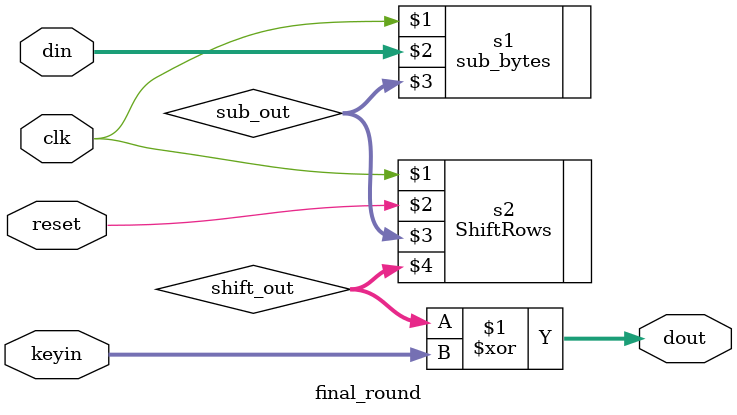
<source format=v>
module round(input clk, input [127:0]din, input [127:0]keyin,output [127:0]dout);
wire [127:0] sub_out, shift_out, mix_out;

sub_bytes  step1(clk, din,sub_out );
ShiftRows  step2(clk, sub_out,shift_out);
MixColumns step3(clk, shift_out,mix_out);
assign dout = mix_out ^ keyin;
endmodule

module final_round(input clk, input reset, input [127:0]din, input [127:0]keyin,output [127:0]dout);
wire [127:0] sub_out, shift_out;

sub_bytes  s1(clk, din,sub_out );
ShiftRows  s2(clk, reset,sub_out,shift_out);
assign dout = shift_out ^ keyin;
endmodule

</source>
